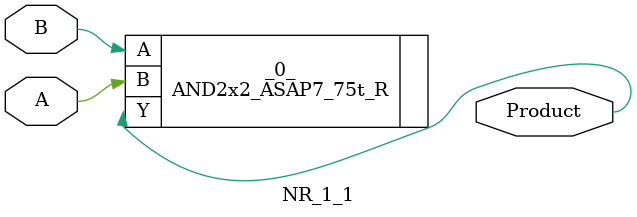
<source format=v>
/* Generated by Yosys 0.53+39 (git sha1 388955031, g++ 12.2.0-14 -fPIC -O3) */

module NR_1_1(A, B, Product);
  input A;
  wire A;
  input B;
  wire B;
  output Product;
  wire Product;
  AND2x2_ASAP7_75t_R _0_ (
    .A(B),
    .B(A),
    .Y(Product)
  );
endmodule

</source>
